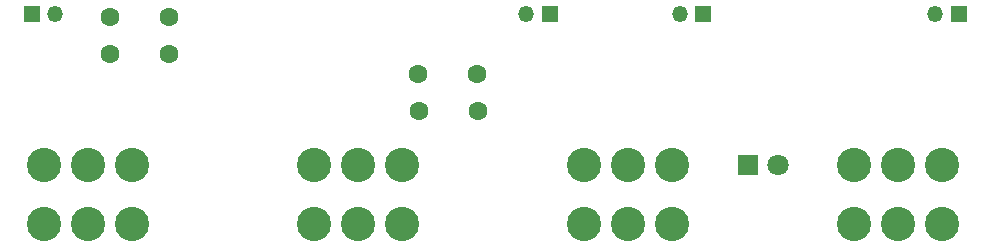
<source format=gbr>
%TF.GenerationSoftware,KiCad,Pcbnew,8.0.6*%
%TF.CreationDate,2024-11-09T16:50:09-06:00*%
%TF.ProjectId,Channel Two v2,4368616e-6e65-46c2-9054-776f2076322e,rev?*%
%TF.SameCoordinates,Original*%
%TF.FileFunction,Soldermask,Bot*%
%TF.FilePolarity,Negative*%
%FSLAX46Y46*%
G04 Gerber Fmt 4.6, Leading zero omitted, Abs format (unit mm)*
G04 Created by KiCad (PCBNEW 8.0.6) date 2024-11-09 16:50:09*
%MOMM*%
%LPD*%
G01*
G04 APERTURE LIST*
%ADD10R,1.800000X1.800000*%
%ADD11C,1.800000*%
%ADD12R,1.350000X1.350000*%
%ADD13O,1.350000X1.350000*%
%ADD14C,2.900000*%
%ADD15C,1.600000*%
G04 APERTURE END LIST*
D10*
%TO.C,D1*%
X153670000Y-96570800D03*
D11*
X156210000Y-96570800D03*
%TD*%
D12*
%TO.C,J3*%
X92996000Y-83820000D03*
D13*
X94996000Y-83820000D03*
%TD*%
D12*
%TO.C,J4*%
X136890000Y-83820000D03*
D13*
X134890000Y-83820000D03*
%TD*%
D14*
%TO.C,RV3*%
X147260000Y-101600000D03*
X143510000Y-101600000D03*
X139760000Y-101600000D03*
X139760000Y-96600000D03*
X143510000Y-96600000D03*
X147260000Y-96600000D03*
%TD*%
%TO.C,RV2*%
X124400000Y-101600000D03*
X120650000Y-101600000D03*
X116900000Y-101600000D03*
X116900000Y-96600000D03*
X120650000Y-96600000D03*
X124400000Y-96600000D03*
%TD*%
%TO.C,RV1*%
X170120000Y-101600000D03*
X166370000Y-101600000D03*
X162620000Y-101600000D03*
X162620000Y-96600000D03*
X166370000Y-96600000D03*
X170120000Y-96600000D03*
%TD*%
%TO.C,RV4*%
X94040000Y-101600000D03*
X97790000Y-101600000D03*
X101540000Y-101600000D03*
X94040000Y-96600000D03*
X97790000Y-96600000D03*
X101540000Y-96600000D03*
%TD*%
D13*
%TO.C,J2*%
X169500000Y-83820000D03*
D12*
X171500000Y-83820000D03*
%TD*%
D13*
%TO.C,J1*%
X147878800Y-83820000D03*
D12*
X149878800Y-83820000D03*
%TD*%
D15*
%TO.C,C10*%
X99648000Y-84074000D03*
X104648000Y-84074000D03*
%TD*%
%TO.C,C9*%
X104608000Y-87249000D03*
X99608000Y-87249000D03*
%TD*%
%TO.C,C8*%
X130730000Y-88900000D03*
X125730000Y-88900000D03*
%TD*%
%TO.C,C7*%
X130770000Y-92075000D03*
X125770000Y-92075000D03*
%TD*%
M02*

</source>
